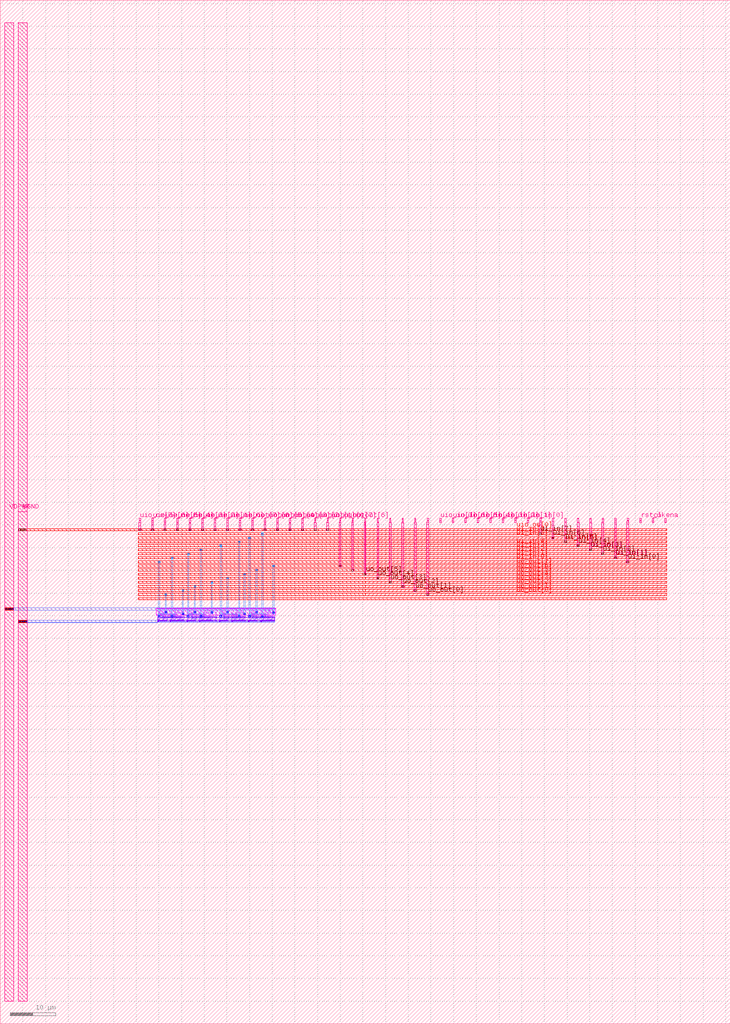
<source format=lef>
VERSION 5.7 ;
  NOWIREEXTENSIONATPIN ON ;
  DIVIDERCHAR "/" ;
  BUSBITCHARS "[]" ;
MACRO tt_um_pg_4_bit
  CLASS BLOCK ;
  FOREIGN tt_um_pg_4_bit ;
  ORIGIN 0.000 0.000 ;
  SIZE 161.000 BY 225.760 ;
  PIN clk
    DIRECTION INPUT ;
    USE SIGNAL ;
    PORT
      LAYER met4 ;
        RECT 143.830 110.520 144.130 111.520 ;
    END
  END clk
  PIN ena
    DIRECTION INPUT ;
    USE SIGNAL ;
    PORT
      LAYER met4 ;
        RECT 146.590 110.520 146.890 111.520 ;
    END
  END ena
  PIN rst_n
    DIRECTION INPUT ;
    USE SIGNAL ;
    PORT
      LAYER met4 ;
        RECT 141.070 110.520 141.370 111.520 ;
    END
  END rst_n
  PIN ui_in[0]
    DIRECTION INPUT ;
    USE SIGNAL ;
    ANTENNAGATEAREA 0.621000 ;
    PORT
      LAYER met3 ;
        RECT 80.500 101.600 147.000 102.100 ;
      LAYER via3 ;
        RECT 138.200 101.650 138.600 102.050 ;
      LAYER met4 ;
        RECT 138.310 110.850 138.610 111.520 ;
        RECT 138.200 110.520 138.610 110.850 ;
        RECT 138.200 102.100 138.600 110.520 ;
        RECT 138.100 101.600 138.650 102.100 ;
    END
  END ui_in[0]
  PIN ui_in[1]
    DIRECTION INPUT ;
    USE SIGNAL ;
    ANTENNAGATEAREA 0.621000 ;
    PORT
      LAYER met3 ;
        RECT 80.500 102.500 147.000 103.000 ;
      LAYER via3 ;
        RECT 135.500 102.550 135.900 102.950 ;
      LAYER met4 ;
        RECT 135.550 110.600 135.850 111.520 ;
        RECT 135.500 103.000 135.900 110.600 ;
        RECT 135.400 102.500 135.950 103.000 ;
    END
  END ui_in[1]
  PIN ui_in[2]
    DIRECTION INPUT ;
    USE SIGNAL ;
    ANTENNAGATEAREA 0.621000 ;
    PORT
      LAYER met3 ;
        RECT 80.500 103.400 147.000 103.900 ;
      LAYER via3 ;
        RECT 132.700 103.450 133.100 103.850 ;
      LAYER met4 ;
        RECT 132.790 110.600 133.090 111.520 ;
        RECT 132.700 103.900 133.100 110.600 ;
        RECT 132.600 103.400 133.150 103.900 ;
    END
  END ui_in[2]
  PIN ui_in[3]
    DIRECTION INPUT ;
    USE SIGNAL ;
    ANTENNAGATEAREA 0.621000 ;
    PORT
      LAYER met3 ;
        RECT 80.500 104.300 147.000 104.800 ;
      LAYER via3 ;
        RECT 130.000 104.350 130.400 104.750 ;
      LAYER met4 ;
        RECT 130.030 110.600 130.330 111.520 ;
        RECT 130.000 104.800 130.400 110.600 ;
        RECT 129.900 104.300 130.450 104.800 ;
    END
  END ui_in[3]
  PIN ui_in[4]
    DIRECTION INPUT ;
    USE SIGNAL ;
    ANTENNAGATEAREA 0.621000 ;
    PORT
      LAYER met3 ;
        RECT 80.500 105.200 147.000 105.700 ;
      LAYER via3 ;
        RECT 127.250 105.240 127.650 105.650 ;
      LAYER met4 ;
        RECT 127.270 110.650 127.570 111.520 ;
        RECT 127.250 105.700 127.650 110.650 ;
        RECT 127.150 105.200 127.700 105.700 ;
    END
  END ui_in[4]
  PIN ui_in[5]
    DIRECTION INPUT ;
    USE SIGNAL ;
    ANTENNAGATEAREA 0.621000 ;
    PORT
      LAYER met3 ;
        RECT 124.400 106.500 124.950 106.550 ;
        RECT 80.500 106.100 147.000 106.500 ;
        RECT 124.400 106.050 124.950 106.100 ;
      LAYER via3 ;
        RECT 124.400 106.100 124.900 106.500 ;
      LAYER met4 ;
        RECT 124.510 110.600 124.810 111.520 ;
        RECT 124.500 106.550 124.850 110.600 ;
        RECT 124.350 106.050 124.950 106.550 ;
    END
  END ui_in[5]
  PIN ui_in[6]
    DIRECTION INPUT ;
    USE SIGNAL ;
    ANTENNAGATEAREA 0.621000 ;
    PORT
      LAYER met3 ;
        RECT 80.500 106.900 147.000 107.400 ;
      LAYER via3 ;
        RECT 121.700 106.950 122.050 107.350 ;
      LAYER met4 ;
        RECT 121.750 107.400 122.050 111.520 ;
        RECT 121.650 106.900 122.100 107.400 ;
    END
  END ui_in[6]
  PIN ui_in[7]
    DIRECTION INPUT ;
    USE SIGNAL ;
    ANTENNAGATEAREA 0.621000 ;
    PORT
      LAYER met3 ;
        RECT 80.500 107.800 147.000 108.300 ;
      LAYER via3 ;
        RECT 118.900 107.850 119.300 108.250 ;
      LAYER met4 ;
        RECT 118.990 110.600 119.290 111.520 ;
        RECT 118.950 108.300 119.300 110.600 ;
        RECT 118.850 107.800 119.350 108.300 ;
    END
  END ui_in[7]
  PIN uio_in[0]
    DIRECTION INPUT ;
    USE SIGNAL ;
    PORT
      LAYER met4 ;
        RECT 116.230 110.520 116.530 111.520 ;
    END
  END uio_in[0]
  PIN uio_in[1]
    DIRECTION INPUT ;
    USE SIGNAL ;
    PORT
      LAYER met4 ;
        RECT 113.470 110.520 113.770 111.520 ;
    END
  END uio_in[1]
  PIN uio_in[2]
    DIRECTION INPUT ;
    USE SIGNAL ;
    PORT
      LAYER met4 ;
        RECT 110.710 110.520 111.010 111.520 ;
    END
  END uio_in[2]
  PIN uio_in[3]
    DIRECTION INPUT ;
    USE SIGNAL ;
    PORT
      LAYER met4 ;
        RECT 107.950 110.520 108.250 111.520 ;
    END
  END uio_in[3]
  PIN uio_in[4]
    DIRECTION INPUT ;
    USE SIGNAL ;
    PORT
      LAYER met4 ;
        RECT 105.190 110.520 105.490 111.520 ;
    END
  END uio_in[4]
  PIN uio_in[5]
    DIRECTION INPUT ;
    USE SIGNAL ;
    PORT
      LAYER met4 ;
        RECT 102.430 110.520 102.730 111.520 ;
    END
  END uio_in[5]
  PIN uio_in[6]
    DIRECTION INPUT ;
    USE SIGNAL ;
    PORT
      LAYER met4 ;
        RECT 99.670 110.520 99.970 111.520 ;
    END
  END uio_in[6]
  PIN uio_in[7]
    DIRECTION INPUT ;
    USE SIGNAL ;
    PORT
      LAYER met4 ;
        RECT 96.910 110.520 97.210 111.520 ;
    END
  END uio_in[7]
  PIN uio_oe[0]
    DIRECTION OUTPUT TRISTATE ;
    USE SIGNAL ;
    ANTENNADIFFAREA 3.193650 ;
    PORT
      LAYER met3 ;
        RECT 80.500 108.700 147.000 109.200 ;
      LAYER met4 ;
        RECT 4.000 112.880 6.000 220.760 ;
        RECT 49.990 110.520 50.290 111.520 ;
    END
  END uio_oe[0]
  PIN uio_oe[1]
    DIRECTION OUTPUT TRISTATE ;
    USE SIGNAL ;
    ANTENNADIFFAREA 3.193650 ;
    PORT
      LAYER met4 ;
        RECT 47.230 110.520 47.530 111.520 ;
    END
  END uio_oe[1]
  PIN uio_oe[2]
    DIRECTION OUTPUT TRISTATE ;
    USE SIGNAL ;
    ANTENNADIFFAREA 3.193650 ;
    PORT
      LAYER met4 ;
        RECT 44.470 110.520 44.770 111.520 ;
    END
  END uio_oe[2]
  PIN uio_oe[3]
    DIRECTION OUTPUT TRISTATE ;
    USE SIGNAL ;
    ANTENNADIFFAREA 3.193650 ;
    PORT
      LAYER met4 ;
        RECT 41.710 110.520 42.010 111.520 ;
    END
  END uio_oe[3]
  PIN uio_oe[4]
    DIRECTION OUTPUT TRISTATE ;
    USE SIGNAL ;
    ANTENNADIFFAREA 3.193650 ;
    PORT
      LAYER met4 ;
        RECT 38.950 110.520 39.250 111.520 ;
    END
  END uio_oe[4]
  PIN uio_oe[5]
    DIRECTION OUTPUT TRISTATE ;
    USE SIGNAL ;
    ANTENNADIFFAREA 3.193650 ;
    PORT
      LAYER met4 ;
        RECT 36.190 110.520 36.490 111.520 ;
    END
  END uio_oe[5]
  PIN uio_oe[6]
    DIRECTION OUTPUT TRISTATE ;
    USE SIGNAL ;
    ANTENNADIFFAREA 3.193650 ;
    PORT
      LAYER met4 ;
        RECT 33.430 110.520 33.730 111.520 ;
    END
  END uio_oe[6]
  PIN uio_oe[7]
    DIRECTION OUTPUT TRISTATE ;
    USE SIGNAL ;
    ANTENNADIFFAREA 3.193650 ;
    PORT
      LAYER met4 ;
        RECT 30.670 110.520 30.970 111.520 ;
    END
  END uio_oe[7]
  PIN uio_out[0]
    DIRECTION OUTPUT TRISTATE ;
    USE SIGNAL ;
    ANTENNADIFFAREA 3.193650 ;
    PORT
      LAYER met4 ;
        RECT 72.070 110.520 72.370 111.520 ;
    END
  END uio_out[0]
  PIN uio_out[1]
    DIRECTION OUTPUT TRISTATE ;
    USE SIGNAL ;
    ANTENNADIFFAREA 3.193650 ;
    PORT
      LAYER met4 ;
        RECT 69.310 110.520 69.610 111.520 ;
    END
  END uio_out[1]
  PIN uio_out[2]
    DIRECTION OUTPUT TRISTATE ;
    USE SIGNAL ;
    ANTENNADIFFAREA 3.193650 ;
    PORT
      LAYER met4 ;
        RECT 66.550 110.520 66.850 111.520 ;
    END
  END uio_out[2]
  PIN uio_out[3]
    DIRECTION OUTPUT TRISTATE ;
    USE SIGNAL ;
    ANTENNADIFFAREA 3.193650 ;
    PORT
      LAYER met4 ;
        RECT 63.790 110.520 64.090 111.520 ;
    END
  END uio_out[3]
  PIN uio_out[4]
    DIRECTION OUTPUT TRISTATE ;
    USE SIGNAL ;
    ANTENNADIFFAREA 3.193650 ;
    PORT
      LAYER met4 ;
        RECT 61.030 110.520 61.330 111.520 ;
    END
  END uio_out[4]
  PIN uio_out[5]
    DIRECTION OUTPUT TRISTATE ;
    USE SIGNAL ;
    ANTENNADIFFAREA 3.193650 ;
    PORT
      LAYER met4 ;
        RECT 58.270 110.520 58.570 111.520 ;
    END
  END uio_out[5]
  PIN uio_out[6]
    DIRECTION OUTPUT TRISTATE ;
    USE SIGNAL ;
    ANTENNADIFFAREA 3.193650 ;
    PORT
      LAYER met4 ;
        RECT 55.510 110.520 55.810 111.520 ;
    END
  END uio_out[6]
  PIN uio_out[7]
    DIRECTION OUTPUT TRISTATE ;
    USE SIGNAL ;
    ANTENNADIFFAREA 3.193650 ;
    PORT
      LAYER met4 ;
        RECT 52.750 110.520 53.050 111.520 ;
    END
  END uio_out[7]
  PIN uo_out[0]
    DIRECTION OUTPUT TRISTATE ;
    USE SIGNAL ;
    ANTENNADIFFAREA 0.657000 ;
    PORT
      LAYER met3 ;
        RECT 80.500 94.400 147.000 94.900 ;
      LAYER via3 ;
        RECT 94.100 94.450 94.500 94.850 ;
      LAYER met4 ;
        RECT 94.150 110.600 94.450 111.520 ;
        RECT 94.100 94.900 94.500 110.600 ;
        RECT 94.050 94.400 94.550 94.900 ;
    END
  END uo_out[0]
  PIN uo_out[1]
    DIRECTION OUTPUT TRISTATE ;
    USE SIGNAL ;
    ANTENNADIFFAREA 0.800500 ;
    PORT
      LAYER met3 ;
        RECT 80.500 95.300 147.000 95.800 ;
      LAYER via3 ;
        RECT 91.300 95.350 91.700 95.750 ;
      LAYER met4 ;
        RECT 91.390 110.600 91.690 111.520 ;
        RECT 91.300 95.800 91.700 110.600 ;
        RECT 91.250 95.300 91.750 95.800 ;
    END
  END uo_out[1]
  PIN uo_out[2]
    DIRECTION OUTPUT TRISTATE ;
    USE SIGNAL ;
    ANTENNADIFFAREA 0.657000 ;
    PORT
      LAYER met3 ;
        RECT 80.500 96.200 147.000 96.700 ;
      LAYER via3 ;
        RECT 88.600 96.250 89.000 96.650 ;
      LAYER met4 ;
        RECT 88.630 110.600 88.930 111.520 ;
        RECT 88.600 96.700 89.000 110.600 ;
        RECT 88.550 96.200 89.050 96.700 ;
    END
  END uo_out[2]
  PIN uo_out[3]
    DIRECTION OUTPUT TRISTATE ;
    USE SIGNAL ;
    ANTENNADIFFAREA 0.800500 ;
    PORT
      LAYER met3 ;
        RECT 80.500 97.100 147.000 97.600 ;
      LAYER via3 ;
        RECT 85.800 97.150 86.200 97.550 ;
      LAYER met4 ;
        RECT 85.870 110.600 86.170 111.520 ;
        RECT 85.800 97.600 86.200 110.600 ;
        RECT 85.750 97.100 86.250 97.600 ;
    END
  END uo_out[3]
  PIN uo_out[4]
    DIRECTION OUTPUT TRISTATE ;
    USE SIGNAL ;
    ANTENNADIFFAREA 0.657000 ;
    PORT
      LAYER met3 ;
        RECT 80.500 98.000 147.000 98.500 ;
      LAYER via3 ;
        RECT 83.100 98.050 83.450 98.450 ;
      LAYER met4 ;
        RECT 83.110 110.600 83.410 111.520 ;
        RECT 83.100 98.500 83.450 110.600 ;
        RECT 83.050 98.000 83.500 98.500 ;
    END
  END uo_out[4]
  PIN uo_out[5]
    DIRECTION OUTPUT TRISTATE ;
    USE SIGNAL ;
    ANTENNADIFFAREA 0.800500 ;
    PORT
      LAYER met3 ;
        RECT 80.500 98.900 147.000 99.400 ;
      LAYER via3 ;
        RECT 80.500 98.950 80.650 99.350 ;
      LAYER met4 ;
        RECT 80.350 110.520 80.650 111.520 ;
        RECT 80.500 99.400 80.650 110.520 ;
        RECT 80.500 98.900 80.700 99.400 ;
    END
  END uo_out[5]
  PIN uo_out[6]
    DIRECTION OUTPUT TRISTATE ;
    USE SIGNAL ;
    ANTENNADIFFAREA 0.657000 ;
    PORT
      LAYER met3 ;
        RECT 80.500 99.800 147.000 100.300 ;
      LAYER met4 ;
        RECT 77.590 110.520 77.890 111.520 ;
    END
  END uo_out[6]
  PIN uo_out[7]
    DIRECTION OUTPUT TRISTATE ;
    USE SIGNAL ;
    ANTENNADIFFAREA 0.800500 ;
    PORT
      LAYER met3 ;
        RECT 80.500 100.700 147.000 101.200 ;
      LAYER met4 ;
        RECT 74.830 110.520 75.130 111.520 ;
    END
  END uo_out[7]
  PIN VDPWR
    DIRECTION INOUT ;
    USE POWER ;
    PORT
      LAYER met4 ;
        RECT 1.000 5.000 3.000 220.760 ;
    END
  END VDPWR
  PIN VGND
    DIRECTION INOUT ;
    USE GROUND ;
    PORT
      LAYER met4 ;
        RECT 4.000 5.000 6.000 220.760 ;
    END
  END VGND
  OBS
      LAYER nwell ;
        RECT 34.400 90.045 60.740 91.650 ;
      LAYER pwell ;
        RECT 35.735 89.750 36.685 89.755 ;
        RECT 37.385 89.750 40.555 89.755 ;
        RECT 35.735 89.665 40.555 89.750 ;
        RECT 42.135 89.750 43.085 89.755 ;
        RECT 43.785 89.750 46.955 89.755 ;
        RECT 42.135 89.715 46.955 89.750 ;
        RECT 49.325 89.750 50.275 89.755 ;
        RECT 50.975 89.750 54.145 89.755 ;
        RECT 42.135 89.665 47.785 89.715 ;
        RECT 49.325 89.665 54.145 89.750 ;
        RECT 55.725 89.665 60.545 89.755 ;
        RECT 34.755 88.980 60.545 89.665 ;
        RECT 34.755 88.975 43.085 88.980 ;
        RECT 34.755 88.845 36.685 88.975 ;
        RECT 37.385 88.845 40.555 88.975 ;
        RECT 41.155 88.845 43.085 88.975 ;
        RECT 43.785 88.975 47.785 88.980 ;
        RECT 43.785 88.845 46.955 88.975 ;
        RECT 47.355 88.930 47.785 88.975 ;
        RECT 48.345 88.975 54.145 88.980 ;
        RECT 48.345 88.845 50.275 88.975 ;
        RECT 50.975 88.845 54.145 88.975 ;
        RECT 54.745 88.845 56.675 88.980 ;
        RECT 57.375 88.845 60.545 88.980 ;
        RECT 34.755 88.825 34.905 88.845 ;
        RECT 34.735 88.655 34.905 88.825 ;
        RECT 37.485 88.655 37.655 88.845 ;
        RECT 41.155 88.825 41.305 88.845 ;
        RECT 41.135 88.655 41.305 88.825 ;
        RECT 43.885 88.655 44.055 88.845 ;
        RECT 48.345 88.825 48.495 88.845 ;
        RECT 48.325 88.655 48.495 88.825 ;
        RECT 51.075 88.655 51.245 88.845 ;
        RECT 54.745 88.825 54.895 88.845 ;
        RECT 54.725 88.655 54.895 88.825 ;
        RECT 57.475 88.655 57.645 88.845 ;
      LAYER li1 ;
        RECT 34.590 91.375 60.550 91.545 ;
        RECT 34.875 90.705 35.155 91.375 ;
        RECT 35.325 90.485 35.625 91.035 ;
        RECT 35.825 90.655 36.155 91.375 ;
        RECT 36.345 90.655 36.805 91.205 ;
        RECT 34.690 90.065 34.955 90.425 ;
        RECT 35.325 90.315 36.265 90.485 ;
        RECT 36.095 90.065 36.265 90.315 ;
        RECT 34.690 89.815 35.365 90.065 ;
        RECT 35.585 89.815 35.925 90.065 ;
        RECT 36.095 89.735 36.385 90.065 ;
        RECT 36.095 89.645 36.265 89.735 ;
        RECT 34.875 89.455 36.265 89.645 ;
        RECT 34.875 89.095 35.205 89.455 ;
        RECT 36.555 89.285 36.805 90.655 ;
        RECT 37.425 90.525 37.805 91.205 ;
        RECT 38.395 90.525 38.565 91.375 ;
        RECT 38.735 90.695 39.065 91.205 ;
        RECT 39.235 90.865 39.405 91.375 ;
        RECT 39.575 90.695 39.975 91.205 ;
        RECT 38.735 90.525 39.975 90.695 ;
        RECT 37.425 89.565 37.595 90.525 ;
        RECT 37.765 90.185 39.070 90.355 ;
        RECT 40.155 90.275 40.475 91.205 ;
        RECT 41.275 90.705 41.555 91.375 ;
        RECT 41.725 90.485 42.025 91.035 ;
        RECT 42.225 90.655 42.555 91.375 ;
        RECT 42.745 90.655 43.205 91.205 ;
        RECT 37.765 89.735 38.010 90.185 ;
        RECT 38.180 89.815 38.730 90.015 ;
        RECT 38.900 89.985 39.070 90.185 ;
        RECT 39.845 90.105 40.475 90.275 ;
        RECT 38.900 89.815 39.275 89.985 ;
        RECT 39.445 89.565 39.675 90.065 ;
        RECT 37.425 89.395 39.675 89.565 ;
        RECT 35.825 88.825 36.075 89.285 ;
        RECT 36.245 88.995 36.805 89.285 ;
        RECT 37.475 88.825 37.805 89.215 ;
        RECT 37.975 89.075 38.145 89.395 ;
        RECT 39.845 89.225 40.015 90.105 ;
        RECT 41.090 90.065 41.355 90.425 ;
        RECT 41.725 90.315 42.665 90.485 ;
        RECT 42.495 90.065 42.665 90.315 ;
        RECT 41.090 89.815 41.765 90.065 ;
        RECT 41.985 89.815 42.325 90.065 ;
        RECT 42.495 89.735 42.785 90.065 ;
        RECT 38.315 88.825 38.645 89.215 ;
        RECT 39.060 89.055 40.015 89.225 ;
        RECT 40.185 88.825 40.475 89.660 ;
        RECT 42.495 89.645 42.665 89.735 ;
        RECT 41.275 89.455 42.665 89.645 ;
        RECT 41.275 89.095 41.605 89.455 ;
        RECT 42.955 89.285 43.205 90.655 ;
        RECT 43.825 90.525 44.205 91.205 ;
        RECT 44.795 90.525 44.965 91.375 ;
        RECT 45.135 90.695 45.465 91.205 ;
        RECT 45.635 90.865 45.805 91.375 ;
        RECT 45.975 90.695 46.375 91.205 ;
        RECT 45.135 90.525 46.375 90.695 ;
        RECT 43.825 89.565 43.995 90.525 ;
        RECT 44.165 90.185 45.470 90.355 ;
        RECT 46.555 90.275 46.875 91.205 ;
        RECT 44.165 89.735 44.410 90.185 ;
        RECT 44.580 89.815 45.130 90.015 ;
        RECT 45.300 89.985 45.470 90.185 ;
        RECT 46.245 90.105 46.875 90.275 ;
        RECT 47.425 90.210 47.715 91.375 ;
        RECT 48.465 90.705 48.745 91.375 ;
        RECT 48.915 90.485 49.215 91.035 ;
        RECT 49.415 90.655 49.745 91.375 ;
        RECT 49.935 90.655 50.395 91.205 ;
        RECT 45.300 89.815 45.675 89.985 ;
        RECT 45.845 89.565 46.075 90.065 ;
        RECT 43.825 89.395 46.075 89.565 ;
        RECT 42.225 88.825 42.475 89.285 ;
        RECT 42.645 88.995 43.205 89.285 ;
        RECT 43.875 88.825 44.205 89.215 ;
        RECT 44.375 89.075 44.545 89.395 ;
        RECT 46.245 89.225 46.415 90.105 ;
        RECT 48.280 90.065 48.545 90.425 ;
        RECT 48.915 90.315 49.855 90.485 ;
        RECT 49.685 90.065 49.855 90.315 ;
        RECT 48.280 89.815 48.955 90.065 ;
        RECT 49.175 89.815 49.515 90.065 ;
        RECT 49.685 89.735 49.975 90.065 ;
        RECT 44.715 88.825 45.045 89.215 ;
        RECT 45.460 89.055 46.415 89.225 ;
        RECT 46.585 88.825 46.875 89.660 ;
        RECT 49.685 89.645 49.855 89.735 ;
        RECT 47.425 88.825 47.715 89.550 ;
        RECT 48.465 89.455 49.855 89.645 ;
        RECT 48.465 89.095 48.795 89.455 ;
        RECT 50.145 89.285 50.395 90.655 ;
        RECT 51.015 90.525 51.395 91.205 ;
        RECT 51.985 90.525 52.155 91.375 ;
        RECT 52.325 90.695 52.655 91.205 ;
        RECT 52.825 90.865 52.995 91.375 ;
        RECT 53.165 90.695 53.565 91.205 ;
        RECT 52.325 90.525 53.565 90.695 ;
        RECT 51.015 89.565 51.185 90.525 ;
        RECT 51.355 90.185 52.660 90.355 ;
        RECT 53.745 90.275 54.065 91.205 ;
        RECT 54.865 90.705 55.145 91.375 ;
        RECT 55.315 90.485 55.615 91.035 ;
        RECT 55.815 90.655 56.145 91.375 ;
        RECT 56.335 90.655 56.795 91.205 ;
        RECT 51.355 89.735 51.600 90.185 ;
        RECT 51.770 89.815 52.320 90.015 ;
        RECT 52.490 89.985 52.660 90.185 ;
        RECT 53.435 90.105 54.065 90.275 ;
        RECT 52.490 89.815 52.865 89.985 ;
        RECT 53.035 89.565 53.265 90.065 ;
        RECT 51.015 89.395 53.265 89.565 ;
        RECT 49.415 88.825 49.665 89.285 ;
        RECT 49.835 88.995 50.395 89.285 ;
        RECT 51.065 88.825 51.395 89.215 ;
        RECT 51.565 89.075 51.735 89.395 ;
        RECT 53.435 89.225 53.605 90.105 ;
        RECT 54.680 90.065 54.945 90.425 ;
        RECT 55.315 90.315 56.255 90.485 ;
        RECT 56.085 90.065 56.255 90.315 ;
        RECT 54.680 89.815 55.355 90.065 ;
        RECT 55.575 89.815 55.915 90.065 ;
        RECT 56.085 89.735 56.375 90.065 ;
        RECT 51.905 88.825 52.235 89.215 ;
        RECT 52.650 89.055 53.605 89.225 ;
        RECT 53.775 88.825 54.065 89.660 ;
        RECT 56.085 89.645 56.255 89.735 ;
        RECT 54.865 89.455 56.255 89.645 ;
        RECT 54.865 89.095 55.195 89.455 ;
        RECT 56.545 89.285 56.795 90.655 ;
        RECT 57.415 90.525 57.795 91.205 ;
        RECT 58.385 90.525 58.555 91.375 ;
        RECT 58.725 90.695 59.055 91.205 ;
        RECT 59.225 90.865 59.395 91.375 ;
        RECT 59.565 90.695 59.965 91.205 ;
        RECT 58.725 90.525 59.965 90.695 ;
        RECT 57.415 89.565 57.585 90.525 ;
        RECT 57.755 90.185 59.060 90.355 ;
        RECT 60.145 90.275 60.465 91.205 ;
        RECT 57.755 89.735 58.000 90.185 ;
        RECT 58.170 89.815 58.720 90.015 ;
        RECT 58.890 89.985 59.060 90.185 ;
        RECT 59.835 90.105 60.465 90.275 ;
        RECT 58.890 89.815 59.265 89.985 ;
        RECT 59.435 89.565 59.665 90.065 ;
        RECT 57.415 89.395 59.665 89.565 ;
        RECT 55.815 88.825 56.065 89.285 ;
        RECT 56.235 88.995 56.795 89.285 ;
        RECT 57.465 88.825 57.795 89.215 ;
        RECT 57.965 89.075 58.135 89.395 ;
        RECT 59.835 89.225 60.005 90.105 ;
        RECT 58.305 88.825 58.635 89.215 ;
        RECT 59.050 89.055 60.005 89.225 ;
        RECT 60.175 88.825 60.465 89.660 ;
        RECT 34.590 88.655 60.550 88.825 ;
        RECT 36.785 88.650 37.375 88.655 ;
      LAYER mcon ;
        RECT 34.735 91.375 34.905 91.545 ;
        RECT 35.195 91.375 35.365 91.545 ;
        RECT 35.655 91.375 35.825 91.545 ;
        RECT 36.115 91.375 36.285 91.545 ;
        RECT 36.575 91.375 36.745 91.545 ;
        RECT 37.020 91.375 37.200 91.545 ;
        RECT 37.485 91.375 37.655 91.545 ;
        RECT 37.945 91.375 38.115 91.545 ;
        RECT 38.405 91.375 38.575 91.545 ;
        RECT 38.865 91.375 39.035 91.545 ;
        RECT 39.325 91.375 39.495 91.545 ;
        RECT 39.785 91.375 39.955 91.545 ;
        RECT 40.245 91.375 40.415 91.545 ;
        RECT 40.700 91.375 40.875 91.545 ;
        RECT 41.135 91.375 41.305 91.545 ;
        RECT 41.595 91.375 41.765 91.545 ;
        RECT 42.055 91.375 42.225 91.545 ;
        RECT 42.515 91.375 42.685 91.545 ;
        RECT 42.975 91.375 43.145 91.545 ;
        RECT 43.420 91.375 43.600 91.545 ;
        RECT 43.885 91.375 44.055 91.545 ;
        RECT 44.345 91.375 44.515 91.545 ;
        RECT 44.805 91.375 44.975 91.545 ;
        RECT 45.265 91.375 45.435 91.545 ;
        RECT 45.725 91.375 45.895 91.545 ;
        RECT 46.185 91.375 46.355 91.545 ;
        RECT 46.645 91.375 46.815 91.545 ;
        RECT 47.050 91.375 47.225 91.545 ;
        RECT 47.485 91.375 47.655 91.545 ;
        RECT 47.925 91.375 48.100 91.545 ;
        RECT 48.325 91.375 48.495 91.545 ;
        RECT 48.785 91.375 48.955 91.545 ;
        RECT 49.245 91.375 49.415 91.545 ;
        RECT 49.705 91.375 49.875 91.545 ;
        RECT 50.165 91.375 50.335 91.545 ;
        RECT 50.615 91.375 50.790 91.545 ;
        RECT 51.075 91.375 51.245 91.545 ;
        RECT 51.535 91.375 51.705 91.545 ;
        RECT 51.995 91.375 52.165 91.545 ;
        RECT 52.455 91.375 52.625 91.545 ;
        RECT 52.915 91.375 53.085 91.545 ;
        RECT 53.375 91.375 53.545 91.545 ;
        RECT 53.835 91.375 54.005 91.545 ;
        RECT 54.290 91.375 54.465 91.545 ;
        RECT 54.725 91.375 54.895 91.545 ;
        RECT 55.185 91.375 55.355 91.545 ;
        RECT 55.645 91.375 55.815 91.545 ;
        RECT 56.105 91.375 56.275 91.545 ;
        RECT 56.565 91.375 56.735 91.545 ;
        RECT 57.015 91.375 57.190 91.545 ;
        RECT 57.475 91.375 57.645 91.545 ;
        RECT 57.935 91.375 58.105 91.545 ;
        RECT 58.395 91.375 58.565 91.545 ;
        RECT 58.855 91.375 59.025 91.545 ;
        RECT 59.315 91.375 59.485 91.545 ;
        RECT 59.775 91.375 59.945 91.545 ;
        RECT 60.235 91.375 60.405 91.545 ;
        RECT 36.425 90.655 36.595 90.825 ;
        RECT 34.960 89.815 35.130 89.985 ;
        RECT 35.665 89.815 35.835 89.985 ;
        RECT 40.175 90.275 40.345 90.445 ;
        RECT 42.825 90.655 42.995 90.825 ;
        RECT 37.765 89.815 37.935 89.985 ;
        RECT 38.350 89.815 38.520 89.985 ;
        RECT 41.360 89.815 41.530 89.985 ;
        RECT 42.065 89.815 42.235 89.985 ;
        RECT 46.575 90.615 46.745 90.785 ;
        RECT 44.165 89.815 44.335 89.985 ;
        RECT 44.750 89.815 44.920 89.985 ;
        RECT 50.015 90.655 50.185 90.825 ;
        RECT 48.550 89.815 48.720 89.985 ;
        RECT 49.255 89.815 49.425 89.985 ;
        RECT 53.765 90.275 53.935 90.445 ;
        RECT 56.415 90.655 56.585 90.825 ;
        RECT 51.940 89.815 52.110 89.985 ;
        RECT 52.615 89.815 52.785 89.985 ;
        RECT 54.950 89.815 55.120 89.985 ;
        RECT 55.655 89.815 55.825 89.985 ;
        RECT 60.165 90.615 60.335 90.785 ;
        RECT 57.755 89.815 57.925 89.985 ;
        RECT 58.340 89.815 58.510 89.985 ;
        RECT 34.735 88.655 34.905 88.825 ;
        RECT 35.195 88.655 35.365 88.825 ;
        RECT 35.655 88.655 35.825 88.825 ;
        RECT 36.115 88.655 36.285 88.825 ;
        RECT 36.575 88.655 36.745 88.825 ;
        RECT 37.020 88.650 37.200 88.825 ;
        RECT 37.485 88.655 37.655 88.825 ;
        RECT 37.945 88.655 38.115 88.825 ;
        RECT 38.405 88.655 38.575 88.825 ;
        RECT 38.865 88.655 39.035 88.825 ;
        RECT 39.325 88.655 39.495 88.825 ;
        RECT 39.785 88.655 39.955 88.825 ;
        RECT 40.245 88.655 40.415 88.825 ;
        RECT 40.670 88.655 40.850 88.825 ;
        RECT 41.135 88.655 41.305 88.825 ;
        RECT 41.595 88.655 41.765 88.825 ;
        RECT 42.055 88.655 42.225 88.825 ;
        RECT 42.515 88.655 42.685 88.825 ;
        RECT 42.975 88.655 43.145 88.825 ;
        RECT 43.425 88.655 43.600 88.825 ;
        RECT 43.885 88.655 44.055 88.825 ;
        RECT 44.345 88.655 44.515 88.825 ;
        RECT 44.805 88.655 44.975 88.825 ;
        RECT 45.265 88.655 45.435 88.825 ;
        RECT 45.725 88.655 45.895 88.825 ;
        RECT 46.185 88.655 46.355 88.825 ;
        RECT 46.645 88.655 46.815 88.825 ;
        RECT 47.050 88.655 47.225 88.825 ;
        RECT 47.485 88.655 47.655 88.825 ;
        RECT 47.900 88.655 48.075 88.825 ;
        RECT 48.325 88.655 48.495 88.825 ;
        RECT 48.785 88.655 48.955 88.825 ;
        RECT 49.245 88.655 49.415 88.825 ;
        RECT 49.705 88.655 49.875 88.825 ;
        RECT 50.165 88.655 50.335 88.825 ;
        RECT 50.615 88.655 50.790 88.825 ;
        RECT 51.075 88.655 51.245 88.825 ;
        RECT 51.535 88.655 51.705 88.825 ;
        RECT 51.995 88.655 52.165 88.825 ;
        RECT 52.455 88.655 52.625 88.825 ;
        RECT 52.915 88.655 53.085 88.825 ;
        RECT 53.375 88.655 53.545 88.825 ;
        RECT 53.835 88.655 54.005 88.825 ;
        RECT 54.290 88.655 54.465 88.825 ;
        RECT 54.725 88.655 54.895 88.825 ;
        RECT 55.185 88.655 55.355 88.825 ;
        RECT 55.645 88.655 55.815 88.825 ;
        RECT 56.105 88.655 56.275 88.825 ;
        RECT 56.565 88.655 56.735 88.825 ;
        RECT 57.015 88.655 57.190 88.825 ;
        RECT 57.475 88.655 57.645 88.825 ;
        RECT 57.935 88.655 58.105 88.825 ;
        RECT 58.395 88.655 58.565 88.825 ;
        RECT 58.855 88.655 59.025 88.825 ;
        RECT 59.315 88.655 59.485 88.825 ;
        RECT 59.775 88.655 59.945 88.825 ;
        RECT 60.235 88.655 60.405 88.825 ;
      LAYER met1 ;
        RECT 1.000 91.700 34.700 91.750 ;
        RECT 1.000 91.220 60.550 91.700 ;
        RECT 1.000 91.175 34.700 91.220 ;
        RECT 36.300 90.875 36.750 91.000 ;
        RECT 42.700 90.875 43.150 91.000 ;
        RECT 36.300 90.625 36.800 90.875 ;
        RECT 42.700 90.625 43.200 90.875 ;
        RECT 36.300 90.550 36.750 90.625 ;
        RECT 34.900 90.255 38.600 90.400 ;
        RECT 34.900 90.250 37.970 90.255 ;
        RECT 34.900 90.150 35.250 90.250 ;
        RECT 34.800 89.700 35.250 90.150 ;
        RECT 35.600 89.800 35.900 90.050 ;
        RECT 35.585 89.700 35.900 89.800 ;
        RECT 37.650 89.700 38.100 90.100 ;
        RECT 38.250 89.750 38.600 90.255 ;
        RECT 40.100 90.150 40.550 90.600 ;
        RECT 42.700 90.550 43.150 90.625 ;
        RECT 46.450 90.500 46.950 90.950 ;
        RECT 49.900 90.875 50.350 91.000 ;
        RECT 56.300 90.875 56.750 91.000 ;
        RECT 49.900 90.595 50.365 90.875 ;
        RECT 56.300 90.600 56.790 90.875 ;
        RECT 49.900 90.550 50.350 90.595 ;
        RECT 41.300 90.250 45.000 90.400 ;
        RECT 41.300 90.100 41.600 90.250 ;
        RECT 35.585 89.650 38.100 89.700 ;
        RECT 41.200 89.650 41.650 90.100 ;
        RECT 42.000 89.750 42.300 90.050 ;
        RECT 35.585 89.550 38.000 89.650 ;
        RECT 42.000 89.600 42.150 89.750 ;
        RECT 44.050 89.600 44.500 90.100 ;
        RECT 44.700 89.750 45.000 90.250 ;
        RECT 48.490 90.250 52.140 90.400 ;
        RECT 48.490 90.100 48.790 90.250 ;
        RECT 48.400 89.650 48.850 90.100 ;
        RECT 42.000 89.455 44.500 89.600 ;
        RECT 42.300 89.450 44.500 89.455 ;
        RECT 49.190 89.600 49.490 90.050 ;
        RECT 51.890 89.750 52.140 90.250 ;
        RECT 53.650 90.150 54.100 90.600 ;
        RECT 56.300 90.550 56.750 90.600 ;
        RECT 60.050 90.450 60.500 90.900 ;
        RECT 54.890 90.250 58.590 90.400 ;
        RECT 52.450 89.700 52.900 90.150 ;
        RECT 54.890 90.100 55.190 90.250 ;
        RECT 52.450 89.600 52.840 89.700 ;
        RECT 54.800 89.650 55.250 90.100 ;
        RECT 49.190 89.450 52.840 89.600 ;
        RECT 55.590 89.600 55.890 90.050 ;
        RECT 57.600 89.600 58.050 90.100 ;
        RECT 58.290 89.750 58.590 90.250 ;
        RECT 55.590 89.450 58.050 89.600 ;
        RECT 4.000 88.980 34.675 89.025 ;
        RECT 4.000 88.975 36.890 88.980 ;
        RECT 37.340 88.975 60.550 88.980 ;
        RECT 4.000 88.500 60.550 88.975 ;
        RECT 4.000 88.450 34.675 88.500 ;
      LAYER via ;
        RECT 1.075 91.325 1.350 91.600 ;
        RECT 1.450 91.325 1.725 91.600 ;
        RECT 1.825 91.325 2.100 91.600 ;
        RECT 2.200 91.325 2.475 91.600 ;
        RECT 2.575 91.325 2.850 91.600 ;
        RECT 36.350 90.600 36.700 90.950 ;
        RECT 42.750 90.600 43.100 90.950 ;
        RECT 46.500 90.550 46.900 90.900 ;
        RECT 49.950 90.600 50.300 90.950 ;
        RECT 56.350 90.600 56.700 90.950 ;
        RECT 34.850 89.750 35.200 90.100 ;
        RECT 37.700 89.700 38.050 90.050 ;
        RECT 40.150 90.200 40.500 90.550 ;
        RECT 41.250 89.700 41.600 90.050 ;
        RECT 44.100 89.700 44.450 90.050 ;
        RECT 48.450 89.700 48.850 90.050 ;
        RECT 53.700 90.200 54.050 90.550 ;
        RECT 60.100 90.500 60.450 90.850 ;
        RECT 52.500 89.750 52.850 90.100 ;
        RECT 54.850 89.700 55.200 90.050 ;
        RECT 57.650 89.650 58.000 90.000 ;
        RECT 4.075 88.600 4.350 88.875 ;
        RECT 4.450 88.600 4.725 88.875 ;
        RECT 4.825 88.600 5.100 88.875 ;
        RECT 5.200 88.600 5.475 88.875 ;
        RECT 5.575 88.600 5.850 88.875 ;
      LAYER met2 ;
        RECT 57.600 107.800 58.050 108.300 ;
        RECT 54.750 106.900 55.200 107.400 ;
        RECT 52.500 106.100 52.900 106.500 ;
        RECT 48.400 105.200 48.850 105.700 ;
        RECT 44.050 104.300 44.450 104.800 ;
        RECT 41.300 103.400 41.700 103.900 ;
        RECT 37.700 102.500 38.100 103.000 ;
        RECT 34.850 101.600 35.250 102.100 ;
        RECT 1.000 91.175 3.000 91.750 ;
        RECT 34.900 90.150 35.150 101.600 ;
        RECT 36.300 94.400 36.700 94.900 ;
        RECT 36.350 91.000 36.600 94.400 ;
        RECT 36.300 90.550 36.750 91.000 ;
        RECT 34.800 89.700 35.250 90.150 ;
        RECT 37.750 90.100 38.000 102.500 ;
        RECT 40.100 95.300 40.500 95.800 ;
        RECT 40.150 90.600 40.400 95.300 ;
        RECT 40.100 90.150 40.550 90.600 ;
        RECT 41.350 90.100 41.600 103.400 ;
        RECT 42.750 96.200 43.150 96.700 ;
        RECT 42.800 91.000 43.050 96.200 ;
        RECT 42.700 90.550 43.150 91.000 ;
        RECT 44.150 90.100 44.400 104.300 ;
        RECT 46.500 97.100 46.900 97.600 ;
        RECT 46.550 90.950 46.800 97.100 ;
        RECT 46.450 90.500 46.950 90.950 ;
        RECT 48.500 90.100 48.800 105.200 ;
        RECT 49.950 98.000 50.350 98.500 ;
        RECT 50.000 91.000 50.250 98.000 ;
        RECT 49.900 90.550 50.350 91.000 ;
        RECT 52.600 90.150 52.850 106.100 ;
        RECT 54.850 101.200 55.150 106.900 ;
        RECT 53.700 98.900 54.100 99.400 ;
        RECT 53.750 90.600 54.000 98.900 ;
        RECT 54.860 92.890 55.150 101.200 ;
        RECT 56.350 99.800 56.750 100.300 ;
        RECT 54.850 91.740 55.150 92.890 ;
        RECT 53.650 90.150 54.100 90.600 ;
        RECT 37.650 89.650 38.100 90.100 ;
        RECT 41.200 89.650 41.650 90.100 ;
        RECT 44.050 89.650 44.500 90.100 ;
        RECT 48.400 89.650 48.900 90.100 ;
        RECT 52.450 89.700 52.900 90.150 ;
        RECT 54.890 90.100 55.140 91.740 ;
        RECT 56.400 91.000 56.650 99.800 ;
        RECT 56.300 90.550 56.750 91.000 ;
        RECT 54.800 89.650 55.250 90.100 ;
        RECT 57.700 90.050 57.950 107.800 ;
        RECT 60.100 100.700 60.500 101.200 ;
        RECT 60.150 90.900 60.400 100.700 ;
        RECT 60.050 90.450 60.500 90.900 ;
        RECT 57.600 89.600 58.050 90.050 ;
        RECT 4.000 88.450 6.000 89.025 ;
      LAYER via2 ;
        RECT 57.650 107.850 58.000 108.250 ;
        RECT 54.800 106.950 55.150 107.350 ;
        RECT 52.550 106.150 52.850 106.450 ;
        RECT 48.500 105.250 48.800 105.600 ;
        RECT 44.100 104.400 44.400 104.700 ;
        RECT 41.350 103.450 41.650 103.800 ;
        RECT 37.750 102.600 38.050 102.900 ;
        RECT 34.900 101.700 35.200 102.000 ;
        RECT 1.100 91.325 1.400 91.625 ;
        RECT 1.550 91.325 1.850 91.625 ;
        RECT 2.000 91.325 2.300 91.625 ;
        RECT 2.450 91.325 2.750 91.625 ;
        RECT 36.350 94.500 36.650 94.800 ;
        RECT 40.150 95.400 40.450 95.700 ;
        RECT 42.800 96.300 43.100 96.600 ;
        RECT 46.550 97.200 46.850 97.500 ;
        RECT 50.000 98.100 50.300 98.400 ;
        RECT 53.750 99.000 54.050 99.300 ;
        RECT 56.400 99.900 56.700 100.200 ;
        RECT 60.150 100.800 60.450 101.100 ;
        RECT 4.100 88.600 4.400 88.900 ;
        RECT 4.550 88.600 4.850 88.900 ;
        RECT 5.000 88.600 5.300 88.900 ;
        RECT 5.450 88.600 5.750 88.900 ;
      LAYER met3 ;
        RECT 4.000 108.700 80.500 109.200 ;
        RECT 30.400 107.800 80.500 108.300 ;
        RECT 30.400 106.900 80.500 107.400 ;
        RECT 30.400 106.100 80.500 106.500 ;
        RECT 30.400 105.200 80.500 105.700 ;
        RECT 30.400 104.300 80.500 104.800 ;
        RECT 30.400 103.400 80.500 103.900 ;
        RECT 30.400 102.500 80.500 103.000 ;
        RECT 30.400 101.600 80.500 102.100 ;
        RECT 30.400 100.700 80.500 101.200 ;
        RECT 30.400 99.800 80.500 100.300 ;
        RECT 30.400 98.900 80.500 99.400 ;
        RECT 30.400 98.000 80.500 98.500 ;
        RECT 30.400 97.100 80.500 97.600 ;
        RECT 30.400 96.200 80.500 96.700 ;
        RECT 30.400 95.300 80.500 95.800 ;
        RECT 30.400 94.400 80.500 94.900 ;
        RECT 30.400 93.500 147.000 94.000 ;
        RECT 1.000 91.175 3.000 91.750 ;
        RECT 4.000 88.450 6.000 89.025 ;
      LAYER via3 ;
        RECT 4.050 108.750 4.375 109.125 ;
        RECT 4.475 108.750 4.800 109.125 ;
        RECT 4.900 108.750 5.225 109.125 ;
        RECT 5.325 108.750 5.650 109.125 ;
        RECT 30.650 108.750 31.000 109.150 ;
        RECT 33.400 108.750 33.750 109.150 ;
        RECT 36.150 108.750 36.500 109.150 ;
        RECT 38.900 108.750 39.250 109.150 ;
        RECT 41.700 108.750 42.050 109.150 ;
        RECT 44.450 108.750 44.800 109.150 ;
        RECT 47.200 108.750 47.550 109.150 ;
        RECT 49.950 108.750 50.300 109.150 ;
        RECT 52.700 108.750 53.050 109.150 ;
        RECT 55.500 108.750 55.850 109.150 ;
        RECT 58.250 108.750 58.600 109.150 ;
        RECT 61.000 108.750 61.350 109.150 ;
        RECT 63.750 108.750 64.100 109.150 ;
        RECT 66.500 108.750 66.850 109.150 ;
        RECT 69.300 108.750 69.650 109.150 ;
        RECT 72.050 108.750 72.400 109.150 ;
        RECT 74.800 100.750 75.150 101.150 ;
        RECT 77.550 99.850 77.900 100.250 ;
        RECT 80.300 98.950 80.500 99.350 ;
        RECT 1.075 91.300 1.425 91.650 ;
        RECT 1.525 91.300 1.875 91.650 ;
        RECT 1.975 91.300 2.325 91.650 ;
        RECT 2.425 91.300 2.775 91.650 ;
        RECT 4.075 88.575 4.425 88.925 ;
        RECT 4.525 88.575 4.875 88.925 ;
        RECT 4.975 88.575 5.325 88.925 ;
        RECT 5.425 88.575 5.775 88.925 ;
      LAYER met4 ;
        RECT 30.600 110.520 30.670 110.600 ;
        RECT 30.970 110.520 31.000 110.600 ;
        RECT 30.600 109.200 31.000 110.520 ;
        RECT 33.400 110.520 33.430 110.550 ;
        RECT 33.730 110.520 33.750 110.550 ;
        RECT 33.400 109.200 33.750 110.520 ;
        RECT 36.150 110.520 36.190 110.550 ;
        RECT 36.490 110.520 36.500 110.550 ;
        RECT 36.150 109.200 36.500 110.520 ;
        RECT 38.900 110.520 38.950 110.600 ;
        RECT 41.700 110.520 41.710 110.600 ;
        RECT 42.010 110.520 42.050 110.600 ;
        RECT 38.900 109.200 39.250 110.520 ;
        RECT 41.700 109.200 42.050 110.520 ;
        RECT 44.450 110.520 44.470 110.600 ;
        RECT 44.770 110.520 44.800 110.600 ;
        RECT 44.450 109.200 44.800 110.520 ;
        RECT 47.200 110.520 47.230 110.600 ;
        RECT 47.530 110.520 47.550 110.600 ;
        RECT 47.200 109.200 47.550 110.520 ;
        RECT 49.950 110.520 49.990 110.600 ;
        RECT 50.290 110.520 50.300 110.600 ;
        RECT 49.950 109.200 50.300 110.520 ;
        RECT 52.700 110.520 52.750 110.600 ;
        RECT 55.500 110.520 55.510 110.600 ;
        RECT 55.810 110.520 55.850 110.600 ;
        RECT 52.700 109.200 53.050 110.520 ;
        RECT 55.500 109.200 55.850 110.520 ;
        RECT 58.250 110.520 58.270 110.600 ;
        RECT 58.570 110.520 58.600 110.600 ;
        RECT 58.250 109.200 58.600 110.520 ;
        RECT 61.000 110.520 61.030 110.600 ;
        RECT 61.330 110.520 61.350 110.600 ;
        RECT 61.000 109.200 61.350 110.520 ;
        RECT 63.750 110.520 63.790 110.550 ;
        RECT 64.090 110.520 64.100 110.550 ;
        RECT 63.750 109.200 64.100 110.520 ;
        RECT 66.500 110.520 66.550 110.600 ;
        RECT 69.300 110.520 69.310 110.600 ;
        RECT 69.610 110.520 69.650 110.600 ;
        RECT 66.500 109.200 66.850 110.520 ;
        RECT 69.300 109.200 69.650 110.520 ;
        RECT 72.050 110.520 72.070 110.600 ;
        RECT 72.370 110.520 72.400 110.600 ;
        RECT 72.050 109.200 72.400 110.520 ;
        RECT 74.800 110.520 74.830 110.600 ;
        RECT 75.130 110.520 75.150 110.600 ;
        RECT 30.550 108.700 31.050 109.200 ;
        RECT 33.300 108.700 33.800 109.200 ;
        RECT 36.050 108.700 36.550 109.200 ;
        RECT 38.800 108.700 39.300 109.200 ;
        RECT 41.600 108.700 42.100 109.200 ;
        RECT 44.350 108.700 44.850 109.200 ;
        RECT 47.100 108.700 47.600 109.200 ;
        RECT 49.850 108.700 50.350 109.200 ;
        RECT 52.600 108.700 53.100 109.200 ;
        RECT 55.400 108.700 55.900 109.200 ;
        RECT 58.150 108.700 58.650 109.200 ;
        RECT 60.900 108.700 61.400 109.200 ;
        RECT 63.650 108.700 64.150 109.200 ;
        RECT 66.400 108.700 66.900 109.200 ;
        RECT 69.200 108.700 69.700 109.200 ;
        RECT 71.950 108.700 72.450 109.200 ;
        RECT 74.800 101.200 75.150 110.520 ;
        RECT 77.550 110.520 77.590 110.600 ;
        RECT 77.890 110.520 77.900 110.600 ;
        RECT 74.750 100.700 75.200 101.200 ;
        RECT 77.550 100.300 77.900 110.520 ;
        RECT 80.300 110.520 80.350 110.600 ;
        RECT 77.500 99.800 77.950 100.300 ;
        RECT 80.300 99.400 80.500 110.520 ;
        RECT 80.250 98.900 80.500 99.400 ;
  END
END tt_um_pg_4_bit
END LIBRARY


</source>
